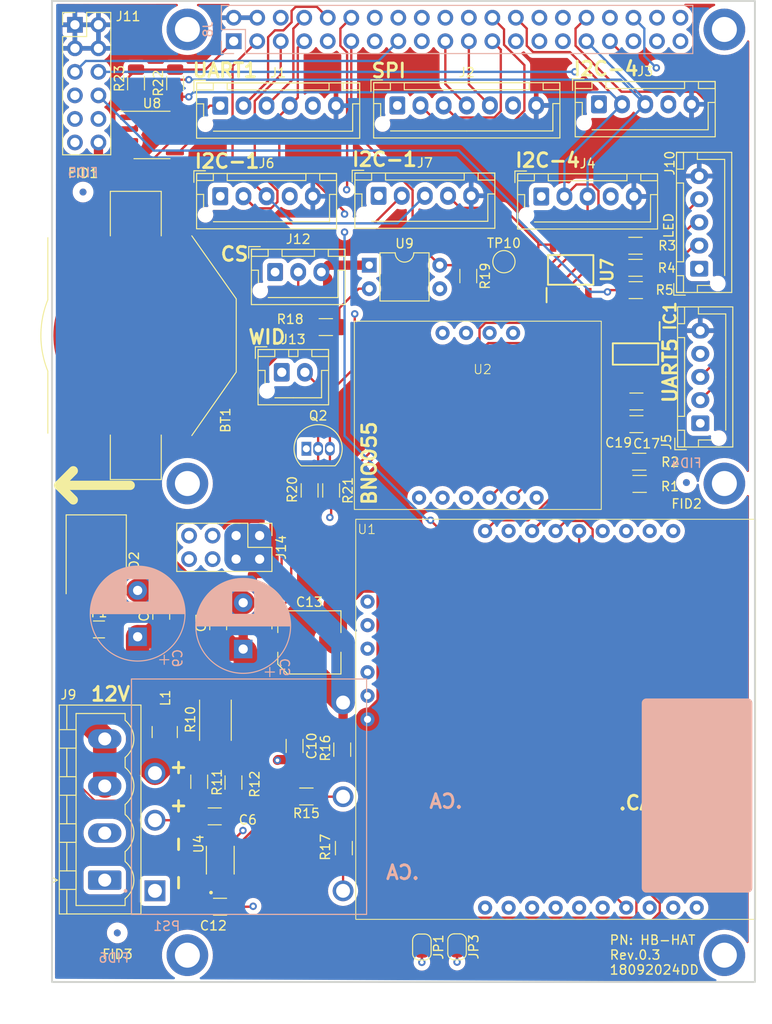
<source format=kicad_pcb>
(kicad_pcb (version 20221018) (generator pcbnew)
  (layers (0 "F.Cu" signal) (1 "In1.Cu" signal) (2 "In2.Cu" signal) (31 "B.Cu" signal) (34 "B.Paste" user) (35 "F.Paste" user) (36 "B.SilkS" user "B.Silkscreen") (37 "F.SilkS" user "F.Silkscreen") (38 "B.Mask" user) (39 "F.Mask" user) (44 "Edge.Cuts" user))
  (net 0 "")
  (net 2 "Net-(IC1-VCORE)")
  (net 3 "Net-(D2-A)")
  (net 5 "SCK4")
  (net 9 "SDA4")
  (net 10 "CE0")
  (net 11 "MOSI")
  (net 12 "MISO")
  (net 17 "GND")
  (net 18 "U1RX")
  (net 19 "U1TX")
  (net 20 "+3.3V")
  (net 21 "+5V")
  (net 22 "SCLK")
  (net 23 "U2RX")
  (net 24 "SCK1")
  (net 25 "SDA1")
  (net 26 "PPS")
  (net 27 "Net-(JP3-A)")
  (net 30 "Net-(J10-Pin_2)")
  (net 31 "Net-(J10-Pin_3)")
  (net 32 "Net-(J10-Pin_4)")
  (net 33 "CP_S")
  (net 35 "Net-(U7-LED0)")
  (net 36 "Net-(U7-LED1)")
  (net 37 "LedB")
  (net 39 "U2TX")
  (net 40 "Pwr_off")
  (net 41 "SEN-")
  (net 42 "SEN+")
  (net 46 "Net-(BT1-+)")
  (net 47 "+5P")
  (net 48 "Pwr_mon")
  (net 49 "Net-(R15-Pad2)")
  (net 50 "Net-(J9-Pin_3)")
  (net 51 "Net-(J12-Pin_2)")
  (net 52 "Net-(J13-Pin_2)")
  (net 53 "Net-(PS1-VIN)")
  (net 54 "Net-(PS1-TRIM)")
  (net 55 "W_Intrusion")
  (net 56 "Net-(R18-Pad2)")
  (net 57 "Net-(U4-IN-)")
  (net 58 "Net-(U4-IN+)")
  (net 64 "U5TX")
  (net 65 "U5RX")
  (net 66 "Net-(JP1-A)")
  (footprint "Diode_SMD:D_SMC" (layer "F.Cu") (at 106.35 100.775 -90)
    (fp_text reference "D2")
    (fp_text value "B550C")
  )
  (footprint "Fiducial:Fiducial_0.75mm_Mask2.25mm" (layer "F.Cu") (at 104.925 61.025)
    (fp_text reference "FID1")
    (fp_text value "Fiducial" hide)
  )
  (footprint "Capacitor_SMD:C_1206_3216Metric" (layer "F.Cu") (at 119.15 128.4)
    (fp_text reference "C6")
    (fp_text value "0.1uf /50v")
  )
  (footprint "Resistor_SMD:R_1206_3216Metric" (layer "F.Cu") (at 164.5975 66.82 180)
    (fp_text reference "R3")
    (fp_text value "150R")
  )
  (footprint "gps-rtk:zed-f9p" (layer "F.Cu") (at 134.385 96.335)
    (fp_text reference "U1")
    (fp_text value "~")
  )
  (footprint "MountingHole:MountingHole_2.7mm_M2.5_ISO7380_Pad" (layer "F.Cu") (at 116.2 143.38)
    (fp_text reference "H4" hide)
    (fp_text value "MountingHole")
  )
  (footprint "Resistor_SMD:R_1206_3216Metric" (layer "F.Cu") (at 129.4 93.225 -90)
    (fp_text reference "R20")
    (fp_text value "1k")
  )
  (footprint "Resistor_SMD:R_1206_3216Metric" (layer "F.Cu") (at 129.05 126.25 180)
    (fp_text reference "R15")
    (fp_text value "100r")
  )
  (footprint "Battery:BatteryHolder_Keystone_3002_1x2032" (layer "F.Cu") (at 110.623756 76.5 90)
    (fp_text reference "BT1")
    (fp_text value "Battery_Cell")
  )
  (footprint "Resistor_SMD:R_2512_6332Metric" (layer "F.Cu") (at 119.225 118.025 -90)
    (fp_text reference "R10")
    (fp_text value "0.033R/2W")
  )
  (footprint "Capacitor_SMD:C_1206_3216Metric" (layer "F.Cu") (at 127.775 120.8 -90)
    (fp_text reference "C10")
    (fp_text value "1nf/2kv")
  )
  (footprint "Capacitor_SMD:CP_Elec_6.3x9.9" (layer "F.Cu") (at 129.375 109.625)
    (fp_text reference "C13")
    (fp_text value "100uf/16v" hide)
  )
  (footprint "Capacitor_SMD:C_1206_3216Metric" (layer "F.Cu") (at 119.525 107.55 90)
    (fp_text reference "C7")
    (fp_text value "4.7uf/50v")
  )
  (footprint "Connector_PinHeader_2.54mm:PinHeader_2x04_P2.54mm_Vertical" (layer "F.Cu") (at 124 98.1 -90)
    (fp_text reference "J14")
    (fp_text value "Conn_02x04_Counter_Clockwise")
  )
  (footprint "Connector_JST:JST_XH_B6B-XH-AM_1x06_P2.50mm_Vertical" (layer "F.Cu") (at 119.75 51.705)
    (fp_text reference "J1")
    (fp_text value "Conn_01x05" hide)
  )
  (footprint "Connector_PinHeader_2.54mm:PinHeader_2x06_P2.54mm_Vertical" (layer "F.Cu") (at 104.05 42.975)
    (fp_text reference "J11")
    (fp_text value "Conn_02x05_Top_Bottom")
  )
  (footprint "Connector_Phoenix_MSTB:PhoenixContact_MSTBVA_2,5_4-G-5,08_1x04_P5.08mm_Vertical" (layer "F.Cu") (at 107.2725 135.28 90)
    (fp_text reference "J9")
    (fp_text value "Conn_01x03")
  )
  (footprint "Connector_JST:JST_XH_B5B-XH-AM_1x05_P2.50mm_Vertical" (layer "F.Cu") (at 171.485 69.3 90)
    (fp_text reference "J10")
    (fp_text value "Conn_01x06")
  )
  (footprint "Fuse:Fuse_1206_3216Metric" (layer "F.Cu") (at 106.65 108.225)
    (fp_text reference "F1")
    (fp_text value "2A")
  )
  (footprint "Package_TO_SOT_THT:TO-92_Inline" (layer "F.Cu") (at 129.05 88.725)
    (fp_text reference "Q2")
    (fp_text value "2N7000")
  )
  (footprint "Connector_JST:JST_XH_B5B-XH-AM_1x05_P2.50mm_Vertical" (layer "F.Cu") (at 160.65 51.555)
    (fp_text reference "J3")
    (fp_text value "Conn_01x05" hide)
  )
  (footprint "MountingHole:MountingHole_2.7mm_M2.5_ISO7380_Pad" (layer "F.Cu") (at 116.2 92.48)
    (fp_text reference "H5" hide)
    (fp_text value "MountingHole")
  )
  (footprint "Resistor_SMD:R_1206_3216Metric" (layer "F.Cu") (at 132.925 121.2 -90)
    (fp_text reference "R16")
    (fp_text value "3.57k")
  )
  (footprint "Resistor_SMD:R_1206_3216Metric" (layer "F.Cu") (at 121.175 124.75 90)
    (fp_text reference "R12")
    (fp_text value "100r")
  )
  (footprint "Desktop:SOP50P490X110-10N" (layer "F.Cu") (at 119.75 133.125 90)
    (fp_text reference "U4")
    (fp_text value "INA238AIDGSR")
  )
  (footprint "Resistor_SMD:R_1206_3216Metric" (layer "F.Cu") (at 117.475 124.6625 -90)
    (fp_text reference "R11")
    (fp_text value "100r")
  )
  (footprint "MountingHole:MountingHole_2.7mm_M2.5_ISO7380_Pad" (layer "F.Cu") (at 174.2 43.48)
    (fp_text reference "H3" hide)
    (fp_text value "MountingHole")
  )
  (footprint "Resistor_SMD:R_1206_3216Metric" (layer "F.Cu") (at 131.15 75.6)
    (fp_text reference "R18")
    (fp_text value "540R 1/2W")
  )
  (footprint "Resistor_SMD:R_1206_3216Metric" (layer "F.Cu") (at 165.05 92.525)
    (fp_text reference "R1")
    (fp_text value "4.7k")
  )
  (footprint "KiCad:SOIC127P600X206-8N" (layer "F.Cu") (at 164.6 78.5 -90)
    (fp_text reference "IC1")
    (fp_text value "HIH8130-021-001" hide)
  )
  (footprint "Fiducial:Fiducial_0.75mm_Mask2.25mm" (layer "F.Cu") (at 108.625 140.975)
    (fp_text reference "FID3")
    (fp_text value "Fiducial" hide)
  )
  (footprint "Jumper:SolderJumper-2_P1.3mm_Open_RoundedPad1.0x1.5mm" (layer "F.Cu") (at 145.325 142.475 -90)
    (fp_text reference "JP3")
    (fp_text value "SolderJumper_2_Open")
  )
  (footprint "Resistor_SMD:R_1206_3216Metric" (layer "F.Cu") (at 164.6325 71.61 180)
    (fp_text reference "R5")
    (fp_text value "82R")
  )
  (footprint "Connector_JST:JST_XH_B5B-XH-AM_1x05_P2.50mm_Vertical" (layer "F.Cu") (at 171.6 85.98 90)
    (fp_text reference "J5")
    (fp_text value "Conn_01x06" hide)
  )
  (footprint "Resistor_SMD:R_1206_3216Metric" (layer "F.Cu") (at 131.725 93.225 -90)
    (fp_text reference "R21")
    (fp_text value "1k")
  )
  (footprint "Resistor_SMD:R_1206_3216Metric" (layer "F.Cu") (at 165 90.125)
    (fp_text reference "R2")
    (fp_text value "4.7k")
  )
  (footprint "Capacitor_SMD:C_1206_3216Metric" (layer "F.Cu") (at 119.725 138.15)
    (fp_text reference "C12")
    (fp_text value "100nf")
  )
  (footprint "Connector_JST:JST_XH_B2B-XH-AM_1x02_P2.50mm_Vertical" (layer "F.Cu") (at 126.39 80.475)
    (fp_text reference "J13")
    (fp_text value "Conn_01x06")
  )
  (footprint "Capacitor_SMD:C_1206_3216Metric" (layer "F.Cu") (at 113.375 106.425 90)
    (fp_text reference "C8")
    (fp_text value "4.7uf/50v")
  )
  (footprint "Jumper:SolderJumper-2_P1.3mm_Open_RoundedPad1.0x1.5mm" (layer "F.Cu") (at 141.525 142.5 -90)
    (fp_text reference "JP1")
    (fp_text value "SolderJumper_2_Open")
  )
  (footprint "Connector_JST:JST_XH_B3B-XH-AM_1x03_P2.50mm_Vertical" (layer "F.Cu") (at 125.67 69.66)
    (fp_text reference "J12")
    (fp_text value "Conn_01x06")
  )
  (footprint "Package_DIP:DIP-4_W7.62mm" (layer "F.Cu") (at 135.84 68.915)
    (fp_text reference "U9")
    (fp_text value "LTV-817")
  )
  (footprint "Package_SO:SOIC-8_3.9x4.9mm_P1.27mm" (layer "F.Cu") (at 112.375 54.865)
    (fp_text reference "U8")
    (fp_text value "DS3231MZ")
  )
  (footprint "Connector_JST:JST_XH_B5B-XH-AM_1x05_P2.50mm_Vertical" (layer "F.Cu") (at 119.75 61.48)
    (fp_text reference "J6")
    (fp_text value "Conn_01x05" hide)
  )
  (footprint "TestPoint:TestPoint_Pad_D2.0mm" (layer "F.Cu") (at 150.39 68.54)
    (fp_text reference "TP10")
    (fp_text value "Cap_Sens")
  )
  (footprint "Inductor_SMD:L_1210_3225Metric" (layer "F.Cu") (at 113.75 119.3 -90)
    (fp_text reference "L1")
    (fp_text value "2.2uH/4A")
  )
  (footprint "Fiducial:Fiducial_0.75mm_Mask2.25mm" (layer "F.Cu") (at 170.1 92.375)
    (fp_text reference "FID2")
    (fp_text value "Fiducial" hide)
  )
  (footprint "Resistor_SMD:R_1206_3216Metric" (layer "F.Cu") (at 110.65 49.275 90)
    (fp_text reference "R23")
    (fp_text value "4.7k")
  )
  (footprint "Capacitor_SMD:C_1206_3216Metric" (layer "F.Cu") (at 164.7 83.625)
    (fp_text reference "C19")
    (fp_text value "0.22uF")
  )
  (footprint "Resistor_SMD:R_1206_3216Metric" (layer "F.Cu") (at 146.54 70.09 -90)
    (fp_text reference "R19")
    (fp_text value "330R")
  )
  (footprint "MountingHole:MountingHole_2.7mm_M2.5_ISO7380_Pad" (layer "F.Cu") (at 174.2 143.38)
    (fp_text reference "H2" hide)
    (fp_text value "MountingHole")
  )
  (footprint "Resistor_SMD:R_1206_3216Metric" (layer "F.Cu") (at 133.1 131.825 -90)
    (fp_text reference "R17")
    (fp_text value "1.5K")
  )
  (footprint "Connector_JST:JST_XH_B5B-XH-AM_1x05_P2.50mm_Vertical" (layer "F.Cu") (at 154.425 61.505)
    (fp_text reference "J4")
    (fp_text value "Conn_01x05" hide)
  )
  (footprint "Connector_JST:JST_XH_B7B-XH-AM_1x07_P2.50mm_Vertical" (layer "F.Cu") (at 138.875 51.68)
    (fp_text reference "J2")
    (fp_text value "Conn_01x07" hide)
  )
  (footprint "imu:bno055" (layer "F.Cu") (at 134.235 74.96)
    (fp_text reference "U2")
    (fp_text value "~")
  )
  (footprint "MountingHole:MountingHole_2.7mm_M2.5_ISO7380_Pad" (layer "F.Cu") (at 174.2 92.48)
    (fp_text reference "H6" hide)
    (fp_text value "MountingHole")
  )
  (footprint "Connector_JST:JST_XH_B5B-XH-AM_1x05_P2.50mm_Vertical" (layer "F.Cu") (at 136.85 61.43)
    (fp_text reference "J7")
    (fp_text value "Conn_01x05" hide)
  )
  (footprint "MountingHole:MountingHole_2.7mm_M2.5_ISO7380_Pad" (layer "F.Cu") (at 116.2 43.48)
    (fp_text reference "H1" hide)
    (fp_text value "MountingHole")
  )
  (footprint "KiCad:SOIC127P600X175-8N" (layer "F.Cu") (at 157.6 69.425 90)
    (fp_text reference "U7")
    (fp_text value "PCA9533DP_02,118" hide)
  )
  (footprint "Resistor_SMD:R_1206_3216Metric" (layer "F.Cu") (at 114.875 49.275 90)
    (fp_text reference "R22")
    (fp_text value "4.7k")
  )
  (footprint "Resistor_SMD:R_1206_3216Metric" (layer "F.Cu") (at 164.5925 69.2 180)
    (fp_text reference "R4")
    (fp_text value "82R")
  )
  (footprint "Capacitor_SMD:C_1206_3216Metric" (layer "F.Cu") (at 164.7 86.075)
    (fp_text reference "C17")
    (fp_text value "100nF")
  )
  (footprint "Capacitor_THT:CP_Radial_D10.0mm_P5.00mm" (layer "B.Cu") (at 122.225 110.342677 90)
    (fp_text reference "C5")
    (fp_text value "330uf/50v")
  )
  (footprint "Desktop:CONV_PDQE20-Q24-S5-D" (layer "B.Cu") (at 122.855 126.275)
    (fp_text reference "PS1")
    (fp_text value "PDQE20-Q24-S5-D")
  )
  (footprint "Fiducial:Fiducial_0.75mm_Mask2.25mm" (layer "B.Cu") (at 170.1 92.375 180)
    (fp_text reference "FID4")
    (fp_text value "Fiducial")
  )
  (footprint "Connector_PinSocket_2.54mm:PinSocket_2x20_P2.54mm_Vertical" (layer "B.Cu") (at 121.2 44.75 -90)
    (fp_text reference "J8")
    (fp_text value "Raspberry_Pi_2_3" hide)
  )
  (footprint "Capacitor_THT:CP_Radial_D10.0mm_P5.00mm" (layer "B.Cu") (at 110.825 109.017677 90)
    (fp_text reference "C9")
    (fp_text value "330uf/50v")
  )
  (footprint "Fiducial:Fiducial_0.75mm_Mask2.25mm" (layer "B.Cu") (at 108.625 140.975 180)
    (fp_text reference "FID6")
    (fp_text value "Fiducial")
  )
  (footprint "Fiducial:Fiducial_0.75mm_Mask2.25mm" (layer "B.Cu") (at 104.925 61.025 180)
    (fp_text reference "FID5")
    (fp_text value "Fiducial")
  )
  (gr_rect (start 165.775 116.175) (end 176.725 136.125) (stroke (width 1)) (fill solid) (layer "B.SilkS"))
  (gr_line (start 102.3 92.675) (end 103.875 94.25) (stroke (width 1)) (layer "F.SilkS"))
  (gr_line (start 110.025 92.675) (end 102.3 92.675) (stroke (width 1)) (layer "F.SilkS"))
  (gr_line (start 103.875 91.1) (end 102.3 92.675) (stroke (width 1)) (layer "F.SilkS"))
  (gr_rect (start 101.575 40.4) (end 177.5 146.275) (stroke (width 0.2)) (fill none) (layer "Edge.Cuts"))
  (gr_text ".CA" (at 146.075 127.65) (layer "B.SilkS") (effects (font (size 1.5 1.5) (thickness 0.3) bold) (justify left bottom mirror)))
  (gr_text ".CA" (at 141.4 135.325) (layer "B.SilkS") (effects (font (size 1.5 1.5) (thickness 0.3) bold) (justify left bottom mirror)))
  (gr_text "BNO055" (at 136.725 94.95 90) (layer "F.SilkS") (effects (font (size 1.5 1.5) (thickness 0.3) bold) (justify left bottom)))
  (gr_text "WID" (at 122.625 77.55) (layer "F.SilkS") (effects (font (size 1.5 1.5) (thickness 0.3) bold) (justify left bottom)))
  (gr_text "UART5" (at 169.225 83.95 90) (layer "F.SilkS") (effects (font (size 1.5 1.5) (thickness 0.3) bold) (justify left bottom)))
  (gr_text "I2C-1" (at 116.825 58.575) (layer "F.SilkS") (effects (font (size 1.5 1.5) (thickness 0.3) bold) (justify left bottom)))
  (gr_text "CS" (at 119.625 68.6) (layer "F.SilkS") (effects (font (size 1.5 1.5) (thickness 0.3) bold) (justify left bottom)))
  (gr_text "I2C-4" (at 157.75 48.6) (layer "F.SilkS") (effects (font (size 1.5 1.5) (thickness 0.3) bold) (justify left bottom)))
  (gr_text "I2C-4" (at 151.45 58.475) (layer "F.SilkS") (effects (font (size 1.5 1.5) (thickness 0.3) bold) (justify left bottom)))
  (gr_text "UART1" (at 116.6 48.775) (layer "F.SilkS") (effects (font (size 1.5 1.5) (thickness 0.3) bold) (justify left bottom)))
  (gr_text ".CA" (at 162.65 127.825) (layer "F.SilkS") (effects (font (size 1.5 1.5) (thickness 0.3) bold) (justify left bottom)))
  (gr_text "SPI" (at 135.925 48.8) (layer "F.SilkS") (effects (font (size 1.5 1.5) (thickness 0.3) bold) (justify left bottom)))
  (gr_text "12V" (at 105.625 116.075) (layer "F.SilkS") (effects (font (size 1.5 1.5) (thickness 0.3) bold) (justify left bottom)))
  (gr_text "PN: HB-HAT\nRev.0.3\n18092024DD" (at 161.725 145.55) (layer "F.SilkS") (effects (font (size 1 1)) (justify left bottom)))
  (gr_text "+  +  -  -" (at 114.475 122 270) (layer "F.SilkS") (effects (font (size 1.5 1.5) (thickness 0.3) bold) (justify left bottom)))
  (gr_text "LED" (at 168.775 66.1 90) (layer "F.SilkS") (effects (font (size 1 1)) (justify left bottom)))
  (gr_text "I2C-1" (at 133.825 58.375) (layer "F.SilkS") (effects (font (size 1.5 1.5) (thickness 0.3) bold) (justify left bottom)))
  (segment (start 167.18 85.07) (end 166.175 86.075) (width 0.25) (layer "F.Cu") (net 2))
  (segment (start 167.18 76.7) (end 167.18 85.07) (width 0.25) (layer "F.Cu") (net 2))
  (segment (start 166.505 76.025) (end 167.18 76.7) (width 0.25) (layer "F.Cu") (net 2))
  (segment (start 108.05 105.875) (end 106.35 104.175) (width 2.54) (layer "F.Cu") (net 3))
  (segment (start 108.05 108.225) (end 108.05 105.875) (width 2.54) (layer "F.Cu") (net 3))
  (segment (start 158.235 67.125) (end 158.235 66.7) (width 0.25) (layer "F.Cu") (net 5))
  (segment (start 127.414002 104.741386) (end 127.414002 96.035998) (width 0.25) (layer "F.Cu") (net 5))
  (segment (start 153.543299 45.925) (end 152.855 45.236701) (width 0.25) (layer "F.Cu") (net 5))
  (segment (start 160.6 60.893299) (end 159.911701 60.205) (width 0.25) (layer "F.Cu") (net 5))
  (segment (start 155.02 73.095) (end 155.02 70.34) (width 0.25) (layer "F.Cu") (net 5))
  (segment (start 124.5 107.655388) (end 127.414002 104.741386) (width 0.25) (layer "F.Cu") (net 5))
  (segment (start 159.911701 60.205) (end 158.225 60.205) (width 0.25) (layer "F.Cu") (net 5))
  (segment (start 158.235 66.7) (end 158.235 66.275) (width 0.25) (layer "F.Cu") (net 5))
  (segment (start 114.875 50.7375) (end 114.875 52.935) (width 0.25) (layer "F.Cu") (net 5))
  (segment (start 163.15 51.555) (end 157.52 45.925) (width 0.25) (layer "F.Cu") (net 5))
  (segment (start 124.5 129.325) (end 124.5 107.655388) (width 0.25) (layer "F.Cu") (net 5))
  (segment (start 152.855 43.385) (end 151.68 42.21) (width 0.25) (layer "F.Cu") (net 5))
  (segment (start 127.414002 96.035998) (end 128.2 95.25) (width 0.25) (layer "F.Cu") (net 5))
  (segment (start 156.55 74.625) (end 155.02 73.095) (width 0.25) (layer "F.Cu") (net 5))
  (segment (start 128.2 95.25) (end 128.2 94.136827) (width 0.25) (layer "F.Cu") (net 5))
  (segment (start 158.225 60.205) (end 156.925 61.505) (width 0.25) (layer "F.Cu") (net 5))
  (segment (start 129.161827 93.175) (end 132.85 93.175) (width 0.25) (layer "F.Cu") (net 5))
  (segment (start 157.52 45.925) (end 153.543299 45.925) (width 0.25) (layer "F.Cu") (net 5))
  (segment (start 163.965 76.65) (end 163.965 76.025) (width 0.25) (layer "F.Cu") (net 5))
  (segment (start 163.965 75.4) (end 163.19 74.625) (width 0.25) (layer "F.Cu") (net 5))
  (segment (start 114.875 52.935) (end 114.85 52.96) (width 0.25) (layer "F.Cu") (net 5))
  (segment (start 120.75 135.275) (end 120.75 133.075) (width 0.25) (layer "F.Cu") (net 5))
  (segment (start 128.2 94.136827) (end 129.161827 93.175) (width 0.25) (layer "F.Cu") (net 5))
  (segment (start 132.85 93.175) (end 148.7 77.325) (width 0.25) (layer "F.Cu") (net 5))
  (segment (start 114.875 50.7375) (end 116.3375 50.7375) (width 0.25) (layer "F.Cu") (net 5))
  (segment (start 163.19 74.625) (end 156.55 74.625) (width 0.25) (layer "F.Cu") (net 5))
  (segment (start 155.02 70.34) (end 158.235 67.125) (width 0.25) (layer "F.Cu") (net 5))
  (segment (start 160.6 63.91) (end 160.6 60.893299) (width 0.25) (layer "F.Cu") (net 5))
  (segment (start 163.965 76.025) (end 163.965 75.4) (width 0.25) (layer "F.Cu") (net 5))
  (segment (start 152.855 45.236701) (end 152.855 43.385) (width 0.25) (layer "F.Cu") (net 5))
  (segment (start 120.75 133.075) (end 124.5 129.325) (width 0.25) (layer "F.Cu") (net 5))
  (segment (start 158.235 66.275) (end 160.6 63.91) (width 0.25) (layer "F.Cu") (net 5))
  (segment (start 163.29 77.325) (end 163.965 76.65) (width 0.25) (layer "F.Cu") (net 5))
  (segment (start 148.7 77.325) (end 163.29 77.325) (width 0.25) (layer "F.Cu") (net 5))
  (via (at 116.35 50.75) (size 0.8) (drill 0.4) (layers "F.Cu" "B.Cu") (net 5))
  (segment (start 156.925 57.78) (end 163.15 51.555) (width 0.25) (layer "B.Cu") (net 5))
  (segment (start 161.85 50.255) (end 163.15 51.555) (width 0.25) (layer "B.Cu") (net 5))
  (segment (start 156.925 61.505) (end 156.925 57.78) (width 0.25) (layer "B.Cu") (net 5))
  (segment (start 116.35 50.75) (end 116.845 50.255) (width 0.25) (layer "B.Cu") (net 5))
  (segment (start 116.845 50.255) (end 161.85 50.255) (width 0.25) (layer "B.Cu") (net 5))
  (segment (start 124.050499 129.100207) (end 124.050499 107.469199) (width 0.25) (layer "F.Cu") (net 9))
  (segment (start 156.965 66.275) (end 159.425 63.815) (width 0.25) (layer "F.Cu") (net 9))
  (segment (start 132.925 92.125) (end 147.753 77.297) (width 0.25) (layer "F.Cu") (net 9))
  (segment (start 154.570499 74.379501) (end 154.570499 73.25) (width 0.25) (layer "F.Cu") (net 9))
  (segment (start 110.65 50.7375) (end 114.1425 54.23) (width 0.25) (layer "F.Cu") (net 9))
  (segment (start 125.0195 104.185156) (end 126.374501 102.830155) (width 0.25) (layer "F.Cu") (net 9))
  (segment (start 126.374501 96.891519) (end 126.964501 96.301519) (width 0.25) (layer "F.Cu") (net 9))
  (segment (start 154.570499 73.25) (end 154.570499 69.704501) (width 0.25) (layer "F.Cu") (net 9))
  (segment (start 120.25 135.275) (end 120.25 132.900706) (width 0.25) (layer "F.Cu") (net 9))
  (segment (start 148.389749 75.143) (end 153.807 75.143) (width 0.25) (layer "F.Cu") (net 9))
  (segment (start 114.1425 54.23) (end 114.85 54.23) (width 0.25) (layer "F.Cu") (net 9))
  (segment (start 154.570499 69.704501) (end 156.965 67.31) (width 0.25) (layer "F.Cu") (net 9))
  (segment (start 126.374501 102.830155) (end 126.374501 96.891519) (width 0.25) (layer "F.Cu") (net 9))
  (segment (start 162.695 76.025) (end 157.15931 76.025) (width 0.25) (layer "F.Cu") (net 9))
  (segment (start 127.75 94.832982) (end 127.75 93.58931) (width 0.25) (layer "F.Cu") (net 9))
  (segment (start 128.613811 92.725499) (end 132.512674 92.725499) (width 0.25) (layer "F.Cu") (net 9))
  (segment (start 154.570499 73.436189) (end 154.570499 73.25) (width 0.25) (layer "F.Cu") (net 9))
  (segment (start 159.425 63.815) (end 159.425 61.505) (width 0.25) (layer "F.Cu") (net 9))
  (segment (start 126.964501 96.301519) (end 126.9645 95.618482) (width 0.25) (layer "F.Cu") (net 9))
  (segment (start 132.925 92.313173) (end 132.925 92.125) (width 0.25) (layer "F.Cu") (net 9))
  (segment (start 156.965 67.31) (end 156.965 66.7) (width 0.25) (layer "F.Cu") (net 9))
  (segment (start 127.75 93.58931) (end 128.613811 92.725499) (width 0.25) (layer "F.Cu") (net 9))
  (segment (start 110.65 50.7375) (end 112.4875 48.9) (width 0.25) (layer "F.Cu") (net 9))
  (segment (start 147.753 77.297) (end 147.753 75.779749) (width 0.25) (layer "F.Cu") (net 9))
  (segment (start 147.753 75.779749) (end 148.389749 75.143) (width 0.25) (layer "F.Cu") (net 9))
  (segment (start 112.4875 48.9) (end 116.35 48.9) (width 0.25) (layer "F.Cu") (net 9))
  (segment (start 124.050499 107.469199) (end 125.019501 106.500197) (width 0.25) (layer "F.Cu") (net 9))
  (segment (start 132.512674 92.725499) (end 132.925 92.313173) (width 0.25) (layer "F.Cu") (net 9))
  (segment (start 157.15931 76.025) (end 154.570499 73.436189) (width 0.25) (layer "F.Cu") (net 9))
  (segment (start 126.9645 95.618482) (end 127.75 94.832982) (width 0.25) (layer "F.Cu") (net 9))
  (segment (start 120.25 132.900706) (end 124.050499 129.100207) (width 0.25) (layer "F.Cu") (net 9))
  (segment (start 153.807 75.143) (end 154.570499 74.379501) (width 0.25) (layer "F.Cu") (net 9))
  (segment (start 125.019501 106.500197) (end 125.0195 104.185156) (width 0.25) (layer "F.Cu") (net 9))
  (segment (start 156.965 66.7) (end 156.965 66.275) (width 0.25) (layer "F.Cu") (net 9))
  (via (at 116.35 48.9) (size 0.8) (drill 0.4) (layers "F.Cu" "B.Cu") (net 9))
  (segment (start 162.995 48.9) (end 165.65 51.555) (width 0.25) (layer "B.Cu") (net 9))
  (segment (start 165.65 51.1) (end 159.3 44.75) (width 0.25) (layer "B.Cu") (net 9))
  (segment (start 159.425 57.78) (end 165.65 51.555) (width 0.25) (layer "B.Cu") (net 9))
  (segment (start 159.425 61.505) (end 159.425 57.78) (width 0.25) (layer "B.Cu") (net 9))
  (segment (start 116.35 48.9) (end 162.995 48.9) (width 0.25) (layer "B.Cu") (net 9))
  (segment (start 150.4 45.131701) (end 150.4 43.47) (width 0.25) (layer "F.Cu") (net 10))
  (segment (start 152.6 47.331701) (end 150.4 45.131701) (width 0.25) (layer "F.Cu") (net 10))
  (segment (start 143.124501 53.429501) (end 151.4122 53.429501) (width 0.25) (layer "F.Cu") (net 10))
  (segment (start 152.6 52.241701) (end 152.6 47.331701) (width 0.25) (layer "F.Cu") (net 10))
  (segment (start 150.4 43.47) (end 149.14 42.21) (width 0.25) (layer "F.Cu") (net 10))
  (segment (start 141.375 51.68) (end 143.124501 53.429501) (width 0.25) (layer "F.Cu") (net 10))
  (segment (start 151.4122 53.429501) (end 152.6 52.241701) (width 0.25) (layer "F.Cu") (net 10))
  (segment (start 144.06 49.365) (end 146.375 51.68) (width 0.25) (layer "F.Cu") (net 11))
  (segment (start 144.06 44.75) (end 144.06 49.365) (width 0.25) (layer "F.Cu") (net 11))
  (segment (start 146.6 49.405) (end 148.875 51.68) (width 0.25) (layer "F.Cu") (net 12))
  (segment (start 146.6 44.75) (end 146.6 49.405) (width 0.25) (layer "F.Cu") (net 12))
  (segment (start 114.339196 128.815) (end 112.695 128.815) (width 0.25) (layer "F.Cu") (net 17))
  (segment (start 165.235 75.4) (end 163.125 73.29) (width 0.25) (layer "F.Cu") (net 17))
  (segment (start 133.015 136.435) (end 133.015 133.3725) (width 0.25) (layer "F.Cu") (net 17))
  (segment (start 118.75 135.275) (end 118.75 133.225804) (width 0.25) (layer "F.Cu") (net 17))
  (segment (start 164.2 93.725) (end 155.742251 93.725) (width 0.25) (layer "F.Cu") (net 17))
  (segment (start 137.243 102.993) (end 137.887 103.637) (width 2.54) (layer "F.Cu") (net 17))
  (segment (start 160.645 73.29) (end 159.505 72.15) (width 0.25) (layer "F.Cu") (net 17))
  (segment (start 153.017251 96.45) (end 149.51 96.45) (width 0.25) (layer "F.Cu") (net 17))
  (segment (start 163.225 86.075) (end 164.475 87.325) (width 0.25) (layer "F.Cu") (net 17))
  (segment (start 120.25 132.265016) (end 119.25 133.265016) (width 0.25) (layer "F.Cu") (net 17))
  (segment (start 165.235 76.025) (end 165.235 75.4) (width 0.25) (layer "F.Cu") (net 17))
  (segment (start 162.02 82.42) (end 162.02 79.865) (width 0.25) (layer "F.Cu") (net 17))
  (segment (start 162.02 79.865) (end 165.235 76.65) (width 0.25) (layer "F.Cu") (net 17))
  (segment (start 137.887 103.637) (end 137.887 116.309525) (width 2.54) (layer "F.Cu") (net 17))
  (segment (start 149.51 96.45) (end 148.355 97.605) (width 0.25) (layer "F.Cu") (net 17))
  (segment (start 117.175 54.821751) (end 117.175 53.15) (width 0.25) (layer "F.Cu") (net 17))
  (segment (start 122.225 105.342677) (end 120.257323 105.342677) (width 2.54) (layer "F.Cu") (net 17))
  (segment (start 164.475 93.45) (end 164.2 93.725) (width 0.25) (layer "F.Cu") (net 17))
  (segment (start 110.825 104.017677) (end 112.442677 104.017677) (width 2.54) (layer "F.Cu") (net 17))
  (segment (start 163.225 86.075) (end 163.225 83.625) (width 0.25) (layer "F.Cu") (net 17))
  (segment (start 137.887 116.309525) (end 136.271525 117.925) (width 2.54) (layer "F.Cu") (net 17))
  (segment (start 118.75 133.225804) (end 114.339196 128.815) (width 0.25) (layer "F.Cu") (net 17))
  (segment (start 112.442677 104.017677) (end 113.375 104.95) (width 2.54) (layer "F.Cu") (net 17))
  (segment (start 134.730475 102.993) (end 137.243 102.993) (width 2.54) (layer "F.Cu") (net 17))
  (segment (start 132.175 109.625) (end 132.175 105.548475) (width 2.54) (layer "F.Cu") (net 17))
  (segment (start 133.015 133.3725) (end 133.1 133.2875) (width 0.25) (layer "F.Cu") (net 17))
  (segment (start 163.125 73.29) (end 160.645 73.29) (width 0.25) (layer "F.Cu") (net 17))
  (segment (start 164.475 87.325) (end 164.475 93.45) (width 0.25) (layer "F.Cu") (net 17))
  (segment (start 106.59 72.466244) (end 110.623756 76.5) (width 1) (layer "F.Cu") (net 17))
  (segment (start 120.25 130.975) (end 120.25 132.265016) (width 0.25) (layer "F.Cu") (net 17))
  (segment (start 119.25 137.15) (end 119.25 135.275) (width 0.25) (layer "F.Cu") (net 17))
  (segment (start 117.175 53.15) (end 118.62 51.705) (width 0.25) (layer "F.Cu") (net 17))
  (segment (start 115.226751 56.77) (end 117.175 54.821751) (width 0.25) (layer "F.Cu") (net 17))
  (segment (start 165.235 76.65) (end 165.235 76.025) (width 0.25) (layer "F.Cu") (net 17))
  (segment (start 120.257323 105.342677) (end 119.525 106.075) (width 2.54) (layer "F.Cu") (net 17))
  (segment (start 163.225 83.625) (end 162.02 82.42) (width 0.25) (layer "F.Cu") (net 17))
  (segment (start 118.62 51.705) (end 119.75 51.705) (width 0.25) (layer "F.Cu") (net 17))
  (segment (start 118.25 138.15) (end 119.25 137.15) (width 0.25) (layer "F.Cu") (net 17))
  (segment (start 118.75 135.275) (end 119.25 135.275) (width 0.25) (layer "F.Cu") (net 17))
  (segment (start 119.25 133.265016) (end 119.25 135.275) (width 0.25) (layer "F.Cu") (net 17))
  (segment (start 114.85 56.77) (end 115.226751 56.77) (width 0.25) (layer "F.Cu") (net 17))
  (segment (start 155.742251 93.725) (end 153.017251 96.45) (width 0.25) (layer "F.Cu") (net 17))
  (segment (start 136.271525 117.925) (end 135.655 117.925) (width 2.54) (layer "F.Cu") (net 17))
  (segment (start 106.59 55.675) (end 106.59 72.466244) (width 1) (layer "F.Cu") (net 17))
  (segment (start 132.175 105.548475) (end 134.730475 102.993) (width 2.54) (layer "F.Cu") (net 17))
  (segment (start 131.36 42.21) (end 130.185 41.035) (width 0.25) (layer "F.Cu") (net 18))
  (segment (start 127.455 41.47) (end 127.455 42.696701) (width 0.25) (layer "F.Cu") (net 18))
  (segment (start 127.89 41.035) (end 127.455 41.47) (width 0.25) (layer "F.Cu") (net 18))
  (segment (start 125.65 43.575) (end 124.915 44.31) (width 0.25) (layer "F.Cu") (net 18))
  (segment (start 124.915 44.31) (end 124.915 49.04) (width 0.25) (layer "F.Cu") (net 18))
  (segment (start 127.455 42.696701) (end 126.576701 43.575) (width 0.25) (layer "F.Cu") (net 18))
  (segment (start 130.185 41.035) (end 127.89 41.035) (width 0.25) (layer "F.Cu") (net 18))
  (segment (start 126.576701 43.575) (end 125.65 43.575) (width 0.25) (layer "F.Cu") (net 18))
  (segment (start 124.915 49.04) (end 122.25 51.705) (width 0.25) (layer "F.Cu") (net 18))
  (segment (start 128.82 42.21) (end 127.645 43.385) (width 0.25) (layer "F.Cu") (net 19))
  (segment (start 127.645 43.385) (end 127.645 48.81) (width 0.25) (layer "F.Cu") (net 19))
  (segment (start 127.645 48.81) (end 124.75 51.705) (width 0.25) (layer "F.Cu") (net 19))
  (segment (start 166.505 83.295) (end 166.175 83.625) (width 0.25) (layer "F.Cu") (net 20))
  (segment (start 121.2 138.15) (end 123.25 138.15) (width 0.25) (layer "F.Cu") (net 20))
  (segment (start 145.65 62.73) (end 150.305 62.73) (width 0.25) (layer "F.Cu") (net 20))
  (segment (start 109.9 54.23) (end 110.276751 54.23) (width 0.25) (layer "F.Cu") (net 20))
  (segment (start 156.865499 94.174501) (end 164.862999 94.174501) (width 0.25) (layer "F.Cu") (net 20))
  (segment (start 120.75 130.975) (end 121.15 130.975) (width 0.25) (layer "F.Cu") (net 20))
  (segment (start 129.4 94.6875) (end 131.725 94.6875) (width 0.25) (layer "F.Cu") (net 20))
  (segment (start 118.1375 47.8125) (end 121.2 44.75) (width 0.25) (layer "F.Cu") (net 20))
  (segment (start 121.15 130.975) (end 122.2 129.925) (width 0.25) (layer "F.Cu") (net 20))
  (segment (start 131.725 96.000402) (end 131.587701 96.137701) (width 0.25) (layer "F.Cu") (net 20))
  (segment (start 150.8725 71.5525) (end 154.103833 68.321167) (width 0.25) (layer "F.Cu") (net 20))
  (segment (start 166.4625 90.125) (end 166.4625 92.475) (width 0.25) (layer "F.Cu") (net 20))
  (segment (start 166.175 83.625) (end 165.275 84.525) (width 0.25) (layer "F.Cu") (net 20))
  (segment (start 165.275 88.9375) (end 166.4625 90.125) (width 0.25) (layer "F.Cu") (net 20))
  (segment (start 110.65 47.8125) (end 114.875 47.8125) (width 0.25) (layer "F.Cu") (net 20))
  (segment (start 154.103833 66.7) (end 155.695 66.7) (width 0.25) (layer "F.Cu") (net 20))
  (segment (start 111.2 53.306751) (end 111.2 52.45) (width 0.25) (layer "F.Cu") (net 20))
  (segment (start 109.425 51.263173) (end 109.425 49.0375) (width 0.25) (layer "F.Cu") (net 20))
  (segment (start 150.305 62.73) (end 154.103833 66.528833) (width 0.25) (layer "F.Cu") (net 20))
  (segment (start 154.103833 68.321167) (end 154.103833 66.7) (width 0.25) (layer "F.Cu") (net 20))
  (segment (start 154.103833 66.528833) (end 154.103833 66.7) (width 0.25) (layer "F.Cu") (net 20))
  (segment (start 165.275 84.525) (end 165.275 88.9375) (width 0.25) (layer "F.Cu") (net 20))
  (segment (start 166.4625 92.475) (end 166.5125 92.525) (width 0.25) (layer "F.Cu") (net 20))
  (segment (start 109.425 49.0375) (end 110.65 47.8125) (width 0.25) (layer "F.Cu") (net 20))
  (segment (start 166.505 80.975) (end 166.505 83.295) (width 0.25) (layer "F.Cu") (net 20))
  (segment (start 131.725 94.6875) (end 131.725 96.000402) (width 0.25) (layer "F.Cu") (net 20))
  (segment (start 144.35 61.43) (end 145.65 62.73) (width 0.25) (layer "F.Cu") (net 20))
  (segment (start 164.862999 94.174501) (end 166.5125 92.525) (width 0.25) (layer "F.Cu") (net 20))
  (segment (start 153.435 97.605) (end 156.865499 94.174501) (width 0.25) (layer "F.Cu") (net 20))
  (segment (start 111.2 52.45) (end 110.375 51.625) (width 0.25) (layer "F.Cu") (net 20))
  (segment (start 110.276751 54.23) (end 111.2 53.306751) (width 0.25) (layer "F.Cu") (net 20))
  (segment (start 114.875 47.8125) (end 118.1375 47.8125) (width 0.25) (layer "F.Cu") (net 20))
  (segment (start 123.25 138.15) (end 123.3 138.1) (width 0.25) (layer "F.Cu") (net 20))
  (segment (start 146.54 71.5525) (end 150.8725 71.5525) (width 0.25) (layer "F.Cu") (net 20))
  (segment (start 109.786827 51.625) (end 109.425 51.263173) (width 0.25) (layer "F.Cu") (net 20))
  (segment (start 110.375 51.625) (end 109.786827 51.625) (width 0.25) (layer "F.Cu") (net 20))
  (via (at 131.587701 96.137701) (size 0.8) (drill 0.4) (layers "F.Cu" "B.Cu") (net 20))
  (via (at 123.3 138.1) (size 0.8) (drill 0.4) (layers "F.Cu" "B.Cu") (net 20))
  (via (at 122.2 129.925) (size 0.8) (drill 0.4) (layers "F.Cu" "B.Cu") (net 20))
  (segment (start 149.14 44.75) (end 150.05 45.66) (width 0.25) (layer "F.Cu") (net 22))
  (segment (start 145.175 52.98) (end 143.875 51.68) (width 0.25) (layer "F.Cu") (net 22))
  (segment (start 150.05 52.291701) (end 149.361701 52.98) (width 0.25) (layer "F.Cu") (net 22))
  (segment (start 150.05 45.66) (end 150.05 52.291701) (width 0.25) (layer "F.Cu") (net 22))
  (segment (start 149.361701 52.98) (end 145.175 52.98) (width 0.25) (layer "F.Cu") (net 22))
  (segment (start 145.325 143.125) (end 145.325 144.125) (width 0.25) (layer "F.Cu") (net 23))
  (via (at 145.325 144.125) (size 0.8) (drill 0.4) (layers "F.Cu" "B.Cu") (net 23))
  (segment (start 125.925 60.868299) (end 125.925 62.091701) (width 0.25) (layer "F.Cu") (net 24))
  (segment (start 139.35 61.43) (end 136.375 64.405) (width 0.25) (layer "F.Cu") (net 24))
  (segment (start 125.236701 62.78) (end 123.55 62.78) (width 0.25) (layer "F.Cu") (net 24))
  (segment (start 123.475 51.193299) (end 123.475 58.418299) (width 0.25) (layer "F.Cu") (net 24))
  (segment (start 125.925 62.091701) (end 125.236701 62.78) (width 0.25) (layer "F.Cu") (net 24))
  (segment (start 123.55 62.78) (end 122.25 61.48) (width 0.25) (layer "F.Cu") (net 24))
  (segment (start 152.865 92.525) (end 163.5875 92.525) (width 0.25) (layer "F.Cu") (net 24))
  (segment (start 151.38 94.01) (end 152.865 92.525) (width 0.25) (layer "F.Cu") (net 24))
  (segment (start 136.375 64.405) (end 125.175 64.405) (width 0.25) (layer "F.Cu") (net 24))
  (segment (start 125.175 64.405) (end 122.25 61.48) (width 0.25) (layer "F.Cu") (net 24))
  (segment (start 123.475 58.418299) (end 125.925 60.868299) (width 0.25) (layer "F.Cu") (net 24))
  (segment (start 126.28 48.388299) (end 123.475 51.193299) (width 0.25) (layer "F.Cu") (net 24))
  (segment (start 126.28 44.75) (end 126.28 48.388299) (width 0.25) (layer "F.Cu") (net 24))
  (segment (start 148.84 94.01) (end 152.725 90.125) (width 0.25) (layer "F.Cu") (net 25))
  (segment (start 121.075 57.805) (end 121.075 47.415) (width 0.25) (layer "F.Cu") (net 25))
  (segment (start 124.75 61.48) (end 121.075 57.805) (width 0.25) (layer "F.Cu") (net 25))
  (segment (start 152.725 90.125) (end 163.5375 90.125) (width 0.25) (layer "F.Cu") (net 25))
  (segment (start 121.075 47.415) (end 123.74 44.75) (width 0.25) (layer "F.Cu") (net 25))
  (segment (start 127.675 64.405) (end 138.875 64.405) (width 0.25) (layer "B.Cu") (net 25))
  (segment (start 124.75 61.48) (end 127.675 64.405) (width 0.25) (layer "B.Cu") (net 25))
  (segment (start 138.875 64.405) (end 141.85 61.43) (width 0.25) (layer "B.Cu") (net 25))
  (segment (start 127.25 51.705) (end 126.125499 52.829501) (width 0.25) (layer "F.Cu") (net 26))
  (segment (start 128.906202 58.849501) (end 133.175 63.118299) (width 0.25) (layer "F.Cu") (net 26))
  (segment (start 133.175 63.118299) (end 133.175 63.4) (width 0.25) (layer "F.Cu") (net 26))
  (segment (start 128.125499 45.444501) (end 128.125499 50.829501) (width 0.25) (layer "F.Cu") (net 26))
  (segment (start 127.538811 58.849501) (end 128.906202 58.849501) (width 0.25) (layer "F.Cu") (net 26))
  (segment (start 126.125499 52.829501) (end 126.125499 57.436189) (width 0.25) (layer "F.Cu") (net 26))
  (segment (start 153.37 128.02) (end 153.37 107.351126) (width 0.25) (layer "F.Cu") (net 26))
  (segment (start 128.125499 50.829501) (end 127.25 51.705) (width 0.25) (layer "F.Cu") (net 26))
  (segment (start 153.37 107.351126) (end 142.459437 96.440563) (width 0.25) (layer "F.Cu") (net 26))
  (segment (start 126.125499 57.436189) (end 127.538811 58.849501) (width 0.25) (layer "F.Cu") (net 26))
  (segment (start 128.82 44.75) (end 128.125499 45.444501) (width 0.25) (layer "F.Cu") (net 26))
  (segment (start 163.595 138.245) (end 153.37 128.02) (width 0.25) (layer "F.Cu") (net 26))
  (via (at 133.175 63.4) (size 0.8) (drill 0.4) (layers "F.Cu" "B.Cu") (net 26))
  (via (at 133.175 65.35) (size 0.8) (drill 0.4) (layers "F.Cu" "B.Cu") (net 26))
  (via (at 142.459437 96.440563) (size 0.8) (drill 0.4) (layers "F.Cu" "B.Cu") (net 26))
  (segment (start 142.095528 96.440563) (end 142.459437 96.440563) (width 0.25) (layer "B.Cu") (net 26))
  (segment (start 133.175 65.35) (end 133.175 87.332589) (width 0.25) (layer "B.Cu") (net 26))
  (segment (start 136.419501 90.764536) (end 142.095528 96.440563) (width 0.25) (layer "B.Cu") (net 26))
  (segment (start 136.419501 90.577089) (end 136.419501 90.764536) (width 0.25) (layer "B.Cu") (net 26))
  (segment (start 133.175 87.332589) (end 136.419501 90.577089) (width 0.25) (layer "B.Cu") (net 26))
  (segment (start 167.222 138.753) (end 164.15 141.825) (width 0.25) (layer "F.Cu") (net 27))
  (segment (start 159.968 130.540749) (end 167.222 137.794749) (width 0.25) (layer "F.Cu") (net 27))
  (segment (start 157.062 96.518) (end 159.061 96.518) (width 0.25) (layer "F.Cu") (net 27))
  (segment (start 167.222 137.794749) (end 167.222 138.753) (width 0.25) (layer "F.Cu") (net 27))
  (segment (start 159.061 96.518) (end 159.968 97.425) (width 0.25) (layer "F.Cu") (net 27))
  (segment (start 159.968 97.425) (end 159.968 130.540749) (width 0.25) (layer "F.Cu") (net 27))
  (segment (start 155.975 97.605) (end 157.062 96.518) (width 0.25) (layer "F.Cu") (net 27))
  (segment (start 164.15 141.825) (end 145.325 141.825) (width 0.25) (layer "F.Cu") (net 27))
  (segment (start 170.905 66.8) (end 166.095 71.61) (width 0.25) (layer "F.Cu") (net 30))
  (segment (start 171.485 66.8) (end 170.905 66.8) (width 0.25) (layer "F.Cu") (net 30))
  (segment (start 166.055 69.2) (end 170.955 64.3) (width 0.25) (layer "F.Cu") (net 31))
  (segment (start 170.955 64.3) (end 171.485 64.3) (width 0.25) (layer "F.Cu") (net 31))
  (segment (start 166.465 66.82) (end 171.485 61.8) (width 0.25) (layer "F.Cu") (net 32))
  (segment (start 166.06 66.82) (end 166.465 66.82) (width 0.25) (layer "F.Cu") (net 32))
  (segment (start 133.9 54.193299) (end 140.525 60.818299) (width 0.25) (layer "F.Cu") (net 33))
  (segment (start 133.9 44.75) (end 133.9 54.193299) (width 0.25) (layer "F.Cu") (net 33))
  (segment (start 140.525 65.98) (end 143.46 68.915) (width 0.25) (layer "F.Cu") (net 33))
  (segment (start 140.525 60.818299) (end 140.525 65.98) (width 0.25) (layer "F.Cu") (net 33))
  (segment (start 143.46 68.915) (end 146.2525 68.915) (width 0.25) (layer "F.Cu") (net 33))
  (segment (start 146.6275 68.54) (end 150.39 68.54) (width 0.25) (layer "F.Cu") (net 33))
  (segment (start 155.695 72.15) (end 155.695 71.725) (width 0.25) (layer "F.Cu") (net 35))
  (segment (start 162.155 67.8) (end 163.135 66.82) (width 0.25) (layer "F.Cu") (net 35))
  (segment (start 159.62 67.8) (end 162.155 67.8) (width 0.25) (layer "F.Cu") (net 35))
  (segment (start 155.695 71.725) (end 159.62 67.8) (width 0.25) (layer "F.Cu") (net 35))
  (segment (start 156.965 72.15) (end 156.965 71.725) (width 0.25) (layer "F.Cu") (net 36))
  (segment (start 156.965 71.725) (end 159.49 69.2) (width 0.25) (layer "F.Cu") (net 36))
  (segment (start 159.49 69.2) (end 163.13 69.2) (width 0.25) (layer "F.Cu") (net 36))
  (segment (start 163.17 71.61) (end 161.765 71.61) (width 0.25) (layer "F.Cu") (net 37))
  (segment (start 161.765 71.61) (end 161.575 71.8) (width 0.25) (layer "F.Cu") (net 37))
  (via (at 161.575 71.8) (size 0.8) (drill 0.4) (layers "F.Cu" "B.Cu") (net 37))
  (segment (start 106.59 50.595) (end 112.545 56.55) (width 0.25) (layer "B.Cu") (net 37))
  (segment (start 159.741142 71.8) (end 161.575 71.8) (width 0.25) (layer "B.Cu") (net 37))
  (segment (start 151.85 62.875) (end 151.85 63.908858) (width 0.25) (layer "B.Cu") (net 37))
  (segment (start 112.545 56.55) (end 145.525 56.55) (width 0.25) (layer "B.Cu") (net 37))
  (segment (start 145.525 56.55) (end 151.85 62.875) (width 0.25) (layer "B.Cu") (net 37))
  (segment (start 151.85 63.908858) (end 159.741142 71.8) (width 0.25) (layer "B.Cu") (net 37))
  (segment (start 141.525 143.15) (end 141.525 144.15) (width 0.25) (layer "F.Cu") (net 39))
  (via (at 141.525 144.15) (size 0.8) (drill 0.4) (layers "F.Cu" "B.Cu") (net 39))
  (segment (start 105.225 46.88) (end 136.85 46.88) (width 0.25) (layer "B.Cu") (net 40))
  (segment (start 136.85 46.88) (end 138.98 44.75) (width 0.25) (layer "B.Cu") (net 40))
  (segment (start 104.05 48.055) (end 105.225 46.88) (width 0.25) (layer "B.Cu") (net 40))
  (segment (start 122.225 108.128678) (end 124.195 106.158678) (width 1) (layer "F.Cu") (net 41))
  (segment (start 124.642032 102.19) (end 125.55 101.282032) (width 1) (layer "F.Cu") (net 41))
  (segment (start 126.14 95.96) (end 126.14 85.734188) (width 1) (layer "F.Cu") (net 41))
  (segment (start 123.44 83.034188) (end 123.44 80.731497) (width 1) (layer "F.Cu") (net 41))
  (segment (start 121.175 123.2875) (end 119.225 121.3375) (width 0.2) (layer "F.Cu") (net 41))
  (segment (start 120.842677 110.342677) (end 119.525 109.025) (width 2.54) (layer "F.Cu") (net 41))
  (segment (start 122.225 110.342677) (end 120.842677 110.342677) (width 2.54) (layer "F.Cu") (net 41))
  (segment (start 125.55 96.55) (end 126.14 95.96) (width 1) (layer "F.Cu") (net 41))
  (segment (start 116.1375 117.9) (end 119.225 120.9875) (width 2.54) (layer "F.Cu") (net 41))
  (segment (start 131.35 76.218503) (end 131.35 70.34) (width 1) (layer "F.Cu") (net 41))
  (segment (start 122.455499 110.573176) (end 122.225 110.342677) (width 2.54) (layer "F.Cu") (net 41))
  (segment (start 131.415 68.915) (end 130.67 69.66) (width 1) (layer "F.Cu") (net 41))
  (segment (start 130.043503 77.525) (end 131.35 76.218503) (width 1) (layer "F.Cu") (net 41))
  (segment (start 125.55 101.282032) (end 125.55 96.55) (width 1) (layer "F.Cu") (net 41))
  (segment (start 113.75 117.9) (end 116.1375 117.9) (width 2.54) (layer "F.Cu") (net 41))
  (segment (start 119.225 120.9875) (end 122.455499 117.757001) (width 2.54) (layer "F.Cu") (net 41))
  (segment (start 135.84 68.915) (end 131.415 68.915) (width 1) (layer "F.Cu") (net 41))
  (segment (start 123.225998 103.557674) (end 123.225998 102.32197) (width 1) (layer "F.Cu") (net 41))
  (segment (start 124.195 104.526676) (end 123.225998 103.557674) (width 1) (layer "F.Cu") (net 41))
  (segment (start 122.455499 117.757001) (end 122.455499 110.573176) (width 2.54) (layer "F.Cu") (net 41))
  (segment (start 126.14 85.734188) (end 123.44 83.034188) (width 1) (layer "F.Cu") (net 41))
  (segment (start 126.646497 77.525) (end 130.043503 77.525) (width 1) (layer "F.Cu") (net 41))
  (segment (start 122.225 110.342677) (end 122.225 108.128678) (width 1) (layer "F.Cu") (net 41))
  (segment (start 123.357968 102.19) (end 124.642032 102.19) (width 1) (layer "F.Cu") (net 41))
  (segment (start 123.44 80.731497) (end 126.646497 77.525) (width 1) (layer "F.Cu") (net 41))
  (segment (start 123.225998 102.32197) (end 123.357968 102.19) (width 1) (layer "F.Cu") (net 41))
  (segment (start 119.225 121.3375) (end 119.225 120.9875) (width 0.2) (layer "F.Cu") (net 41))
  (segment (start 131.35 70.34) (end 130.67 69.66) (width 1) (layer "F.Cu") (net 41))
  (segment (start 124.195 106.158678) (end 124.195 104.526676) (width 1) (layer "F.Cu") (net 41))
  (segment (start 119.75 131.767703) (end 119.467703 132.05) (width 0.2) (layer "F.Cu") (net 42))
  (segment (start 116.785499 104.326475) (end 116.785499 112.622999) (width 2.54) (layer "F.Cu") (net 42))
  (segment (start 103.65 124.152546) (end 103.65 100.075) (width 0.2) (layer "F.Cu") (net 42))
  (segment (start 109.834024 97.375) (end 116.785499 104.326475) (width 2.54) (layer "F.Cu") (net 42))
  (segment (start 118.532297 132.05) (end 116.3 129.817703) (width 0.2) (layer "F.Cu") (net 42))
  (segment (start 106.187454 126.69) (end 103.65 124.152546) (width 0.2) (layer "F.Cu") (net 42))
  (segment (start 116.3 124.375) (end 117.475 123.2) (width 0.2) (layer "F.Cu") (net 42))
  (segment (start 116.785499 112.622999) (end 119.225 115.0625) (width 2.54) (layer "F.Cu") (net 42))
  (segment (start 119.75 130.975) (end 119.75 131.767703) (width 0.2) (layer "F.Cu") (net 42))
  (segment (start 116.3 129.817703) (end 116.3 124.375) (width 0.2) (layer "F.Cu") (net 42))
  (segment (start 117.475 123.2) (end 113.985 126.69) (width 0.2) (layer "F.Cu") (net 42))
  (segment (start 119.467703 132.05) (end 118.532297 132.05) (width 0.2) (layer "F.Cu") (net 42))
  (segment (start 113.985 126.69) (end 106.187454 126.69) (width 0.2) (layer "F.Cu") (net 42))
  (segment (start 106.35 97.375) (end 109.834024 97.375) (width 2.54) (layer "F.Cu") (net 42))
  (segment (start 103.65 100.075) (end 106.35 97.375) (width 0.2) (layer "F.Cu") (net 42))
  (segment (start 110.623756 89.3) (end 115.925 89.3) (width 0.25) (layer "F.Cu") (net 46))
  (segment (start 114.85 55.5) (end 114.473249 55.5) (width 0.25) (layer "F.Cu") (net 46))
  (segment (start 115.925 89.3) (end 121.5 83.725) (width 0.25) (layer "F.Cu") (net 46))
  (segment (start 115.7 63.7) (end 110.623756 63.7) (width 0.25) (layer "F.Cu") (net 46))
  (segment (start 110.623756 59.349493) (end 110.623756 63.7) (width 0.25) (layer "F.Cu") (net 46))
  (segment (start 114.473249 55.5) (end 110.623756 59.349493) (width 0.25) (layer "F.Cu") (net 46))
  (segment (start 121.5 69.5) (end 115.7 63.7) (width 0.25) (layer "F.Cu") (net 46))
  (segment (start 121.5 83.725) (end 121.5 69.5) (width 0.25) (layer "F.Cu") (net 46))
  (segment (start 133.015 119.6475) (end 132.925 119.7375) (width 1) (layer "F.Cu") (net 47))
  (segment (start 126.575 109.625) (end 126.575 109.675) (width 2.54) (layer "F.Cu") (net 47))
  (segment (start 126.575 109.675) (end 133.015 116.115) (width 2.54) (layer "F.Cu") (net 47))
  (segment (start 128.1875 119.7375) (end 127.775 119.325) (width 1) (layer "F.Cu") (net 47))
  (segment (start 133.015 116.115) (end 133.015 119.6475) (width 1) (layer "F.Cu") (net 47))
  (segment (start 132.925 119.7375) (end 128.1875 119.7375) (width 1) (layer "F.Cu") (net 47))
  (segment (start 121.46 98.1) (end 121.46 100.64) (width 2.54) (layer "B.Cu") (net 47))
  (segment (start 124 98.1) (end 124 100.64) (width 2.54) (layer "B.Cu") (net 47))
  (segment (start 124 100.64) (end 133.015 109.655) (width 2.54) (layer "B.Cu") (net 47))
  (segment (start 121.46 98.1) (end 124 98.1) (width 2.54) (layer "B.Cu") (net 47))
  (segment (start 133.015 109.655) (end 133.015 116.115) (width 2.54) (layer "B.Cu") (net 47))
  (segment (start 121.46 100.64) (end 124 100.64) (width 2.54) (layer "B.Cu") (net 47))
  (via (at 166.85 47.625) (size 0.8) (drill 0.4) (layers "F.Cu" "B.Cu") (net 48))
  (via (at 158.05 48.05) (size 0.8) (drill 0.4) (layers "F.Cu" "B.Cu") (net 48))
  (segment (start 106.59 48.055) (end 157.965 48.055) (width 0.25) (layer "B.Cu") (net 48))
  (segment (start 165.555 43.385) (end 165.555 46.33) (width 0.25) (layer "B.Cu") (net 48))
  (segment (start 164.38 42.21) (end 165.555 43.385) (width 0.25) (layer "B.Cu") (net 48))
  (segment (start 165.555 46.33) (end 166.85 47.625) (width 0.25) (layer "B.Cu") (net 48))
  (segment (start 158.05 48.05) (end 157.975 48.055) (width 0.25) (layer "B.Cu") (net 48))
  (segment (start 157.965 48.055) (end 158.05 48.05) (width 0.25) (layer "B.Cu") (net 48))
  (segment (start 157.975 48.055) (end 157.97 48.055) (width 0.25) (layer "B.Cu") (net 48))
  (segment (start 133.1 130.3625) (end 131.7 130.3625) (width 0.25) (layer "F.Cu") (net 49))
  (segment (start 131.175 122.6625) (end 127.5875 126.25) (width 0.25) (layer "F.Cu") (net 49))
  (segment (start 132.925 122.6625) (end 131.175 122.6625) (width 0.25) (layer "F.Cu") (net 49))
  (segment (start 131.7 130.3625) (end 127.5875 126.25) (width 0.25) (layer "F.Cu") (net 49))
  (segment (start 105.25 118.0175) (end 107.2725 120.04) (width 2.54) (layer "F.Cu") (net 50))
  (segment (start 107.2725 120.04) (end 107.2725 125.12) (width 2.54) (layer "F.Cu") (net 50))
  (segment (start 105.25 108.225) (end 105.25 118.0175) (width 2.54) (layer "F.Cu") (net 50))
  (segment (start 128.17 74.0825) (end 129.6875 75.6) (width 0.25) (layer "F.Cu") (net 51))
  (segment (start 128.17 69.66) (end 128.17 74.0825) (width 0.25) (layer "F.Cu") (net 51))
  (segment (start 128.89 80.475) (end 130.32 81.905) (width 0.25) (layer "F.Cu") (net 52))
  (segment (start 130.32 90.8425) (end 130.32 88.725) (width 0.25) (layer "F.Cu") (net 52))
  (segment (start 129.4 91.7625) (end 130.32 90.8425) (width 0.25) (layer "F.Cu") (net 52))
  (segment (start 130.32 81.905) (end 130.32 88.725) (width 0.25) (layer "F.Cu") (net 52))
  (segment (start 112.257323 109.017677) (end 113.375 107.9) (width 2.54) (layer "F.Cu") (net 53))
  (segment (start 113.75 122.68) (end 112.695 123.735) (width 2.54) (layer "F.Cu") (net 53))
  (segment (start 113.75 120.7) (end 113.75 122.68) (width 2.54) (layer "F.Cu") (net 53))
  (segment (start 110.825 109.017677) (end 112.257323 109.017677) (width 2.54) (layer "F.Cu") (net 53))
  (segment (start 126 122.275) (end 125.925 122.35) (width 1) (layer "F.Cu") (net 53))
  (segment (start 110.825 121.865) (end 112.695 123.735) (width 2.54) (layer "F.Cu") (net 53))
  (segment (start 110.825 109.017677) (end 110.825 121.865) (width 2.54) (layer "F.Cu") (net 53))
  (segment (start 127.775 122.275) (end 126 122.275) (width 1) (layer "F.Cu") (net 53))
  (via (at 125.925 122.35) (size 0.8) (drill 0.4) (layers "F.Cu" "B.Cu") (net 53))
  (segment (start 130.5375 126.275) (end 133.015 126.275) (width 0.25) (layer "F.Cu") (net 54))
  (segment (start 130.5125 126.25) (end 130.5375 126.275) (width 0.25) (layer "F.Cu") (net 54))
  (segment (start 133.4 60.775) (end 133.4 60.575) (width 0.25) (layer "F.Cu") (net 55))
  (segment (start 132.725 45.236701) (end 133.45 45.961701) (width 0.25) (layer "F.Cu") (net 55))
  (segment (start 131.59 88.725) (end 131.59 82.64931) (width 0.25) (layer "F.Cu") (net 55))
  (segment (start 134.275 79.96431) (end 134.275 74.175) (width 0.25) (layer "F.Cu") (net 55))
  (segment (start 131.59 82.64931) (end 134.275 79.96431) (width 0.25) (layer "F.Cu") (net 55))
  (segment (start 132.725 43.385) (end 132.725 45.236701) (width 0.25) (layer "F.Cu") (net 55))
  (segment (start 133.45 60.525) (end 133.4 60.775) (width 0.25) (layer "F.Cu") (net 55))
  (segment (start 131.59 91.6275) (end 131.59 88.725) (width 0.25) (layer "F.Cu") (net 55))
  (segment (start 133.9 42.21) (end 132.725 43.385) (width 0.25) (layer "F.Cu") (net 55))
  (segment (start 133.45 45.961701) (end 133.45 60.525) (width 0.25) (layer "F.Cu") (net 55))
  (segment (start 131.725 91.7625) (end 131.59 91.6275) (width 0.25) (layer "F.Cu") (net 55))
  (via (at 134.275 74.175) (size 0.8) (drill 0.4) (layers "F.Cu" "B.Cu") (net 55))
  (via (at 133.4 60.775) (size 0.8) (drill 0.4) (layers "F.Cu" "B.Cu") (net 55))
  (segment (start 134.70863 71.455) (end 135.84 71.455) (width 0.25) (layer "F.Cu") (net 56))
  (segment (start 132.6125 75.6) (end 132.6125 73.55113) (width 0.25) (layer "F.Cu") (net 56))
  (segment (start 132.6125 73.55113) (end 134.70863 71.455) (width 0.25) (layer "F.Cu") (net 56))
  (segment (start 119.25 130.146941) (end 119.325499 130.071442) (width 0.25) (layer "F.Cu") (net 57))
  (segment (start 119.325499 129.699501) (end 120.625 128.4) (width 0.25) (layer "F.Cu") (net 57))
  (segment (start 120.625 128.4) (end 120.625 126.7625) (width 0.25) (layer "F.Cu") (net 57))
  (segment (start 119.25 130.975) (end 119.25 130.146941) (width 0.25) (layer "F.Cu") (net 57))
  (segment (start 119.325499 130.071442) (end 119.325499 129.699501) (width 0.25) (layer "F.Cu") (net 57))
  (segment (start 120.625 126.7625) (end 121.175 126.2125) (width 0.25) (layer "F.Cu") (net 57))
  (segment (start 117.675 128.4) (end 117.675 126.325) (width 0.25) (layer "F.Cu") (net 58))
  (segment (start 118.75 129.475) (end 117.675 128.4) (width 0.25) (layer "F.Cu") (net 58))
  (segment (start 118.75 130.975) (end 118.75 129.475) (width 0.25) (layer "F.Cu") (net 58))
  (segment (start 117.675 126.325) (end 117.475 126.125) (width 0.25) (layer "F.Cu") (net 58))
  (segment (start 158.125 43.385) (end 158.125 45.236701) (width 0.25) (layer "F.Cu") (net 64))
  (segment (start 174.46 78.12) (end 171.6 80.98) (width 0.25) (layer "F.Cu") (net 64))
  (segment (start 171.2 50.2) (end 174.46 53.46) (width 0.25) (layer "F.Cu") (net 64))
  (segment (start 174.46 53.46) (end 174.46 78.12) (width 0.25) (layer "F.Cu") (net 64))
  (segment (start 159.3 42.21) (end 158.125 43.385) (width 0.25) (layer "F.Cu") (net 64))
  (segment (start 158.125 45.236701) (end 163.088299 50.2) (width 0.25) (layer "F.Cu") (net 64))
  (segment (start 163.088299 50.2) (end 171.2 50.2) (width 0.25) (layer "F.Cu") (net 64))
  (segment (start 171.386396 49.75) (end 174.909501 53.273105) (width 0.25) (layer "F.Cu") (net 65))
  (segment (start 166.84 49.75) (end 171.386396 49.75) (width 0.25) (layer "F.Cu") (net 65))
  (segment (start 174.909501 53.273105) (end 174.909501 80.170499) (width 0.25) (layer "F.Cu") (net 65))
  (segment (start 161.84 44.75) (end 166.84 49.75) (width 0.25) (layer "F.Cu") (net 65))
  (segment (start 174.909501 80.170499) (end 171.6 83.48) (width 0.25) (layer "F.Cu") (net 65))
  (segment (start 144.043 139.332) (end 164.411251 139.332) (width 0.25) (layer "F.Cu") (net 66))
  (segment (start 164.7 135.908439) (end 158.515 129.723439) (width 0.25) (layer "F.Cu") (net 66))
  (segment (start 158.515 129.723439) (end 158.515 97.605) (width 0.25) (layer "F.Cu") (net 66))
  (segment (start 164.7 139.043251) (end 164.7 135.908439) (width 0.25) (layer "F.Cu") (net 66))
  (segment (start 164.411251 139.332) (end 164.7 139.043251) (width 0.25) (layer "F.Cu") (net 66))
  (segment (start 141.525 141.85) (end 144.043 139.332) (width 0.25) (layer "F.Cu") (net 66))
  (zone (net 21) (net_name "+5V") (layer "F.Cu") (priority 2) (connect_pads (clearance 0.5)) (min_thickness 0.25) (fill yes (thermal_gap 0.5) (thermal_bridge_width 0.5))
    (polygon (pts (xy 102.0453 40.725728) (xy 176.8953 40.700728) (xy 176.8203 145.675728) (xy 101.8953 145.650728)))
  )
  (zone (net 21) (net_name "+5V") (layer "B.Cu") (priority 3) (connect_pads (clearance 0.5)) (min_thickness 0.25) (fill yes (thermal_gap 0.5) (thermal_bridge_width 0.5))
    (polygon (pts (xy 102.025 40.725) (xy 176.85 41.125) (xy 176.775 146.225) (xy 101.9 145.925)))
  )
)
</source>
